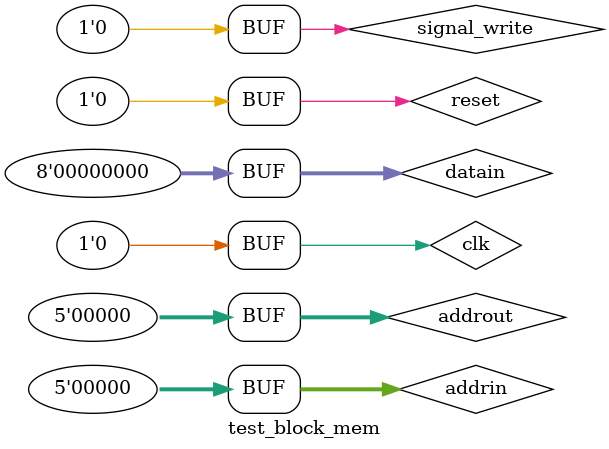
<source format=v>
`include "exemple/block_mem/block_mem.v"

module test_block_mem;
   parameter SIZE_ADDR_MEM = 5;
   parameter SIZE_MEM = 8;

   reg clk, reset, signal_write;
   reg [SIZE_ADDR_MEM-1:0] addrin, addrout;
   reg [SIZE_MEM-1:0] datain;

   wire [SIZE_MEM-1:0] dataout;

   block_mem #(.SIZE_ADDR_MEM(SIZE_ADDR_MEM), .SIZE_MEM(SIZE_MEM)) block_mem_inst(clk,
										  reset,
										  signal_write,
										  addrin,
										  addrout,
										  datain,
										  dataout);
   initial
     begin
	$dumpfile("signal_block_mem.vcd");
	$dumpvars;
	$display("\t\ttime, \tclk, \treset, \tsignal_write, \taddrin, \taddrout, \tdatain, \tdataout");
	$monitor("%d \t%b \t%b \t%b \t\t%d \t\t%d \t\t%d \t\t%d\n",
		 $time, clk, reset, signal_write, addrin, addrout, datain, dataout);

	$display("init");
	clk <= 0;
	reset <= 1;
	signal_write <= 0;
	addrin <= 0;
	addrout <= 0;
	datain <= 0;
	#100;

	$display("write");
	clk <= 1;
	reset <= 0;
	signal_write <= 1;
	addrin <= 0;
	addrout <= 0;
	datain <= 15;
	#100;

	$display("read");
	clk <= 0;
	reset <= 0;
	signal_write <= 0;
	addrin <= 0;
	addrout <= 0;
	datain <= 0;
	#100;
     end

endmodule

</source>
